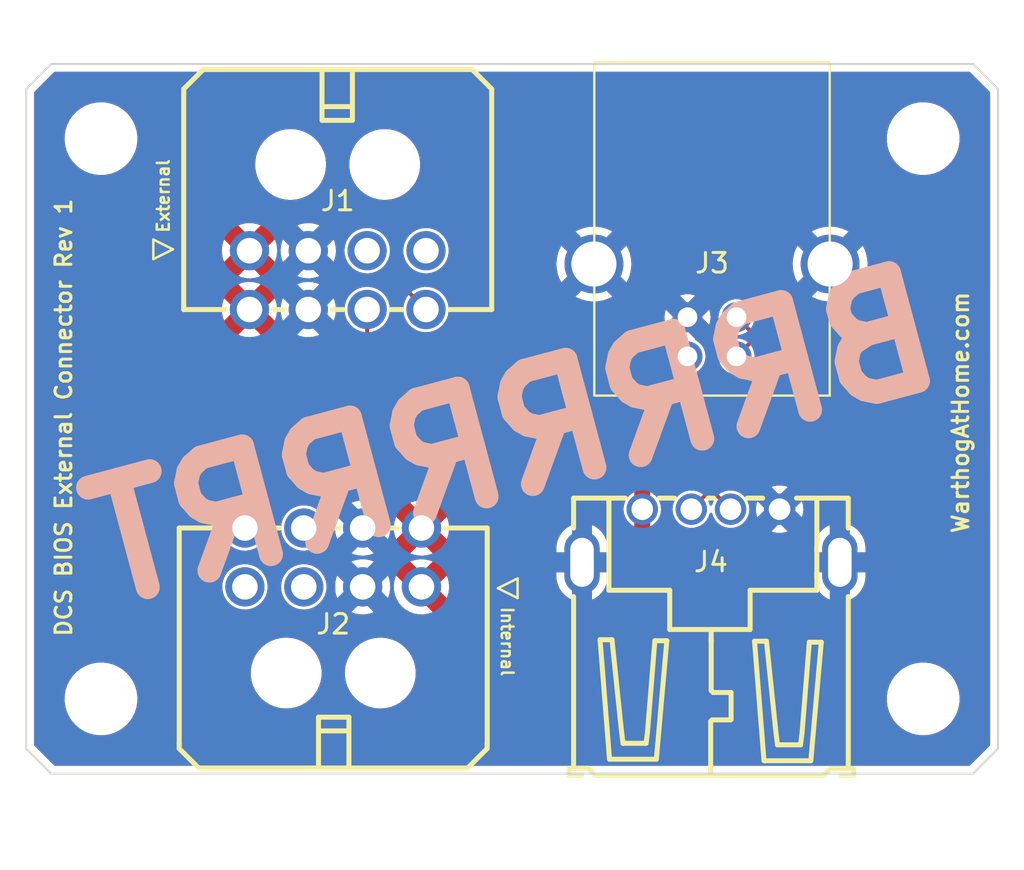
<source format=kicad_pcb>
(kicad_pcb (version 20211014) (generator pcbnew)
  (layers (0 "F.Cu" signal) (31 "B.Cu" signal) (34 "B.Paste" user) (35 "F.Paste" user) (36 "B.SilkS" user "B.Silkscreen") (37 "F.SilkS" user "F.Silkscreen") (38 "B.Mask" user) (39 "F.Mask" user) (44 "Edge.Cuts" user))
  (net 0 "")
  (net 1 "+12V")
  (net 2 "GND")
  (net 5 "RS485-")
  (net 6 "RS485+")
  (net 9 "VBUS")
  (net 10 "D-")
  (net 11 "D+")
  (footprint "MountingHole:MountingHole_3.2mm_M3" (layer "F.Cu") (at 211.455 123.19)
    (fp_text reference "H4" hide)
    (fp_text value "MountingHole")
    (pad "" np_thru_hole circle (at 0 0) (size 3.2 3.2) (drill 3.2) (layers *.Cu *.Mask))
  )
  (footprint "A10 KiCad Libraries:USB-A-TH_USB-302-T" (layer "F.Cu") (at 200.66 120.015)
    (fp_text reference "J4" (at -0.025413 -3.81) (layer "F.SilkS"))
    (fp_text value "USB_A")
    (fp_line (start -7.251727 7.065519) (end -6.616726 7.065519) (layer "F.SilkS") (width 0.254001))
    (fp_line (start 5.374613 -2.365519) (end 5.374613 -7.065519) (layer "F.SilkS") (width 0.254001))
    (fp_line (start 6.057874 6.735293) (end 7.251727 6.735293) (layer "F.SilkS") (width 0.254001))
    (fp_line (start -5.930925 7.065519) (end 5.727724 7.065519) (layer "F.SilkS") (width 0.254001))
    (fp_line (start 6.974613 -2.044107) (end 6.974613 6.735293) (layer "F.SilkS") (width 0.254001))
    (fp_line (start -2.125413 -2.365519) (end -2.125413 -0.365519) (layer "F.SilkS") (width 0.254001))
    (fp_line (start -7.251727 6.709893) (end -6.286525 6.709893) (layer "F.SilkS") (width 0.254001))
    (fp_line (start -7.025438 -5.536106) (end -7.025438 -7.065519) (layer "F.SilkS") (width 0.254001))
    (fp_line (start 1.974587 -2.365519) (end 5.374613 -2.365519) (layer "F.SilkS") (width 0.254001))
    (fp_line (start 3.365494 5.516091) (end 3.263868 4.652515) (layer "F.SilkS") (width 0.254001))
    (fp_line (start 5.067297 6.328893) (end 5.600724 0.283655) (layer "F.SilkS") (width 0.254001))
    (fp_line (start 0.977864 4.246088) (end 0.038087 4.246088) (layer "F.SilkS") (width 0.254001))
    (fp_line (start -6.286525 6.709893) (end -5.930925 7.065519) (layer "F.SilkS") (width 0.254001))
    (fp_line (start -2.882918 0.207506) (end -3.256299 4.845555) (layer "F.SilkS") (width 0.254001))
    (fp_line (start -4.508522 5.439891) (end -4.610147 4.576289) (layer "F.SilkS") (width 0.254001))
    (fp_line (start -3.256299 4.845555) (end -3.329985 5.439891) (layer "F.SilkS") (width 0.254001))
    (fp_line (start -2.806718 6.252667) (end -2.273292 0.207506) (layer "F.SilkS") (width 0.254001))
    (fp_line (start -7.025438 -7.065519) (end -4.386982 -7.065519) (layer "F.SilkS") (width 0.254001))
    (fp_line (start -0.012713 0.261532) (end -0.012713 -0.365519) (layer "F.SilkS") (width 0.254001))
    (fp_line (start -5.067297 0.156655) (end -5.676924 0.156655) (layer "F.SilkS") (width 0.254001))
    (fp_line (start -5.676924 0.156655) (end -5.194298 6.252667) (layer "F.SilkS") (width 0.254001))
    (fp_line (start 1.974587 -0.365519) (end 1.974587 -2.365519) (layer "F.SilkS") (width 0.254001))
    (fp_line (start 5.727724 7.065519) (end 6.057874 6.735293) (layer "F.SilkS") (width 0.254001))
    (fp_line (start -0.012713 2.747511) (end 0.088862 2.849086) (layer "F.SilkS") (width 0.254001))
    (fp_line (start 1.003289 2.849086) (end 1.003289 4.220663) (layer "F.SilkS") (width 0.254001))
    (fp_line (start 4.336411 -7.065519) (end 6.974613 -7.065519) (layer "F.SilkS") (width 0.254001))
    (fp_line (start -7.249187 7.065519) (end -7.251727 6.709893) (layer "F.SilkS") (width 0.254001))
    (fp_line (start 2.679718 6.328893) (end 5.067297 6.328893) (layer "F.SilkS") (width 0.254001))
    (fp_line (start 0.038087 4.246088) (end -0.038138 4.322289) (layer "F.SilkS") (width 0.254001))
    (fp_line (start 0.088862 2.849086) (end 1.003289 2.849086) (layer "F.SilkS") (width 0.254001))
    (fp_line (start -5.225438 -7.065519) (end -5.225438 -2.365519) (layer "F.SilkS") (width 0.254001))
    (fp_line (start 1.003289 4.220663) (end 0.977864 4.246088) (layer "F.SilkS") (width 0.254001))
    (fp_line (start 4.991097 0.283655) (end 4.617717 4.921704) (layer "F.SilkS") (width 0.254001))
    (fp_line (start -0.038138 4.322289) (end -0.038138 7.065519) (layer "F.SilkS") (width 0.254001))
    (fp_line (start 5.600724 0.283655) (end 4.991097 0.283655) (layer "F.SilkS") (width 0.254001))
    (fp_line (start -0.012713 0.080505) (end -0.012713 2.747511) (layer "F.SilkS") (width 0.254001))
    (fp_line (start 2.197092 0.23288) (end 2.679718 6.328893) (layer "F.SilkS") (width 0.254001))
    (fp_line (start -5.194298 6.252667) (end -2.806718 6.252667) (layer "F.SilkS") (width 0.254001))
    (fp_line (start -0.163716 -7.065519) (end 0.112891 -7.065519) (layer "F.SilkS") (width 0.254001))
    (fp_line (start 3.263868 4.652515) (end 2.806718 0.23288) (layer "F.SilkS") (width 0.254001))
    (fp_line (start 7.251727 7.065519) (end 6.5913 7.065519) (layer "F.SilkS") (width 0.254001))
    (fp_line (start 6.974613 -7.065519) (end 6.974613 -5.536106) (layer "F.SilkS") (width 0.254001))
    (fp_line (start -4.610147 4.576289) (end -5.067297 0.156655) (layer "F.SilkS") (width 0.254001))
    (fp_line (start -2.125413 -0.365519) (end 1.974587 -0.365519) (layer "F.SilkS") (width 0.254001))
    (fp_line (start 1.836284 -7.065519) (end 2.613018 -7.065519) (layer "F.SilkS") (width 0.254001))
    (fp_line (start -2.663589 -7.065519) (end -1.887109 -7.065519) (layer "F.SilkS") (width 0.254001))
    (fp_line (start 4.544031 5.516091) (end 3.365494 5.516091) (layer "F.SilkS") (width 0.254001))
    (fp_line (start 7.251727 6.735293) (end 7.251727 7.065519) (layer "F.SilkS") (width 0.254001))
    (fp_line (start 4.617717 4.921704) (end 4.544031 5.516091) (layer "F.SilkS") (width 0.254001))
    (fp_line (start -7.025438 6.534506) (end -7.025438 -2.044107) (layer "F.SilkS") (width 0.254001))
    (fp_line (start -5.225438 -2.365519) (end -2.125413 -2.365519) (layer "F.SilkS") (width 0.254001))
    (fp_line (start -2.273292 0.207506) (end -2.882918 0.207506) (layer "F.SilkS") (width 0.254001))
    (fp_line (start 2.806718 0.23288) (end 2.197092 0.23288) (layer "F.SilkS") (width 0.254001))
    (fp_line (start -3.329985 5.439891) (end -4.508522 5.439891) (layer "F.SilkS") (width 0.254001))
    (fp_circle (center -7.062751 -7.025565) (end -7.032779 -7.025565) (layer "F.SilkS") (width 0.059995) (fill none))
    (pad "1" thru_hole circle (at -3.525286 -6.500038) (size 1.6 1.6) (drill 1.100025) (layers *.Cu *.Mask) (net 9 "VBUS"))
    (pad "2" thru_hole circle (at -1.025413 -6.500038) (size 1.6 1.6) (drill 1.100025) (layers *.Cu *.Mask) (net 10 "D-"))
    (pad "3" thru_hole circle (at 0.974587 -6.500038) (size 1.6 1.6) (drill 1.100025) (layers *.Cu *.Mask) (net 11 "D+"))
    (pad "4" thru_hole circle (at 3.474714 -6.500038) (size 1.6 1.6) (drill 1.100025) (layers *.Cu *.Mask) (net 2 "GND"))
    (pad "5" thru_hole oval (at -6.59539 -3.790107 90) (size 3.2 1.8) (drill oval 2.499873 1.199898) (layers *.Cu *.Mask) (net 2 "GND"))
    (pad "5" thru_hole oval (at 6.544564 -3.790107 270) (size 3.2 1.8) (drill oval 2.499873 1.199898) (layers *.Cu *.Mask) (net 2 "GND"))
  )
  (footprint "MountingHole:MountingHole_3.2mm_M3" (layer "F.Cu") (at 211.455 94.615)
    (fp_text reference "H2" hide)
    (fp_text value "MountingHole")
    (pad "" np_thru_hole circle (at 0 0) (size 3.2 3.2) (drill 3.2) (layers *.Cu *.Mask))
  )
  (footprint "MountingHole:MountingHole_3.2mm_M3" (layer "F.Cu") (at 169.545 94.615)
    (fp_text reference "H1" hide)
    (fp_text value "MountingHole")
    (pad "" np_thru_hole circle (at 0 0) (size 3.2 3.2) (drill 3.2) (layers *.Cu *.Mask))
  )
  (footprint "A10 KiCad Libraries:USB-B-TH_67068-8000" (layer "F.Cu") (at 200.689997 103.365836 180)
    (fp_text reference "J3" (at 0 2.400836) (layer "F.SilkS"))
    (fp_text value "USB_B")
    (fp_poly (pts (xy -6 -4.354966) (xy 6 -4.354966) (xy 6 12.645034) (xy -6 12.645034)) (layer "F.SilkS") (width 0.12) (fill none))
    (pad "1" thru_hole circle (at 1.249936 -2.354966 180) (size 1.524003 1.524003) (drill 1) (layers *.Cu *.Mask) (net 9 "VBUS"))
    (pad "2" thru_hole circle (at -1.249936 -2.354966 180) (size 1.524003 1.524003) (drill 1) (layers *.Cu *.Mask) (net 10 "D-"))
    (pad "3" thru_hole circle (at -1.249936 -0.354966 180) (size 1.524003 1.524003) (drill 1) (layers *.Cu *.Mask) (net 11 "D+"))
    (pad "4" thru_hole circle (at 1.249936 -0.354966 180) (size 1.524003 1.524003) (drill 1) (layers *.Cu *.Mask) (net 2 "GND"))
    (pad "5" thru_hole circle (at 6.020066 2.354966 180) (size 3 3) (drill 2.300025) (layers *.Cu *.Mask) (net 2 "GND"))
    (pad "5" thru_hole circle (at -6.020066 2.354966 180) (size 3 3) (drill 2.300025) (layers *.Cu *.Mask) (net 2 "GND"))
  )
  (footprint "MountingHole:MountingHole_3.2mm_M3" (layer "F.Cu") (at 169.545 123.19)
    (fp_text reference "H3" hide)
    (fp_text value "MountingHole")
    (pad "" np_thru_hole circle (at 0 0) (size 3.2 3.2) (drill 3.2) (layers *.Cu *.Mask))
  )
  (footprint "A10 KiCad Libraries:Molex Micro-Fit 3.0 43045-0800" (layer "F.Cu") (at 181.61 100.33 180)
    (fp_text reference "J1" (at 0 2.54) (layer "F.SilkS"))
    (fp_text value "Conn_02x04_Top_Bottom")
    (fp_line (start -7.849886 8.24765) (end -6.899924 9.197612) (layer "F.SilkS") (width 0.254001))
    (fp_line (start -0.700025 7.347726) (end 0.750064 7.347726) (layer "F.SilkS") (width 0.254001))
    (fp_line (start -3.269749 -3.002286) (end -2.732283 -3.002286) (layer "F.SilkS") (width 0.254001))
    (fp_line (start 7.849886 -3.002286) (end 7.849886 7.997714) (layer "F.SilkS") (width 0.254001))
    (fp_line (start 9.398 0.569729) (end 8.398 0.069729) (layer "F.SilkS") (width 0.127))
    (fp_line (start -7.849886 7.997714) (end -7.849886 -3.002286) (layer "F.SilkS") (width 0.254001))
    (fp_line (start 7.847092 7.996952) (end 7.847092 8.246888) (layer "F.SilkS") (width 0.254001))
    (fp_line (start 5.729489 -3.002286) (end 7.849886 -3.002286) (layer "F.SilkS") (width 0.254001))
    (fp_line (start -7.849886 -3.002286) (end -5.732029 -3.002286) (layer "F.SilkS") (width 0.254001))
    (fp_line (start -0.750064 6.647701) (end -0.750064 9.197612) (layer "F.SilkS") (width 0.254001))
    (fp_line (start 0.800102 6.647701) (end 0.800102 9.197612) (layer "F.SilkS") (width 0.254001))
    (fp_line (start -6.849886 9.237744) (end 6.849886 9.237744) (layer "F.SilkS") (width 0.254001))
    (fp_line (start 8.398 0.069729) (end 9.398 -0.430271) (layer "F.SilkS") (width 0.127))
    (fp_line (start 9.398 -0.430271) (end 9.398 0.569729) (layer "F.SilkS") (width 0.127))
    (fp_line (start 7.847092 8.246888) (end 6.897384 9.19685) (layer "F.SilkS") (width 0.254001))
    (fp_line (start -0.270003 -3.002286) (end 0.267463 -3.002286) (layer "F.SilkS") (width 0.254001))
    (fp_line (start -7.849886 7.997714) (end -7.849886 8.24765) (layer "F.SilkS") (width 0.254001))
    (fp_line (start -0.750064 6.647701) (end 0.800102 6.647701) (layer "F.SilkS") (width 0.254001))
    (fp_line (start 2.729743 -3.002286) (end 3.267209 -3.002286) (layer "F.SilkS") (width 0.254001))
    (pad "" np_thru_hole circle (at 2.400305 4.396749 180) (size 3.099822 3.099822) (drill 3.099822) (layers *.Cu *.Mask))
    (pad "" np_thru_hole circle (at -2.397765 4.396749 180) (size 3.099822 3.099822) (drill 3.099822) (layers *.Cu *.Mask))
    (pad "1" thru_hole circle (at 4.498349 0 180) (size 2 2) (drill 1.300025) (layers *.Cu *.Mask) (net 1 "+12V"))
    (pad "2" thru_hole circle (at 1.498603 0 180) (size 2 2) (drill 1.300025) (layers *.Cu *.Mask) (net 2 "GND"))
    (pad "3" thru_hole circle (at -1.501143 0 180) (size 2 2) (drill 1.300025) (layers *.Cu *.Mask))
    (pad "4" thru_hole circle (at -4.500889 0 180) (size 2 2) (drill 1.300025) (layers *.Cu *.Mask))
    (pad "5" thru_hole circle (at 4.498349 -2.999746 180) (size 2 2) (drill 1.300025) (layers *.Cu *.Mask) (net 1 "+12V"))
    (pad "6" thru_hole circle (at 1.498603 -2.999746 180) (size 2 2) (drill 1.300025) (layers *.Cu *.Mask) (net 2 "GND"))
    (pad "7" thru_hole circle (at -1.501143 -2.999746 180) (size 2 2) (drill 1.300025) (layers *.Cu *.Mask) (net 5 "RS485-"))
    (pad "8" thru_hole circle (at -4.500889 -2.999746 180) (size 2 2) (drill 1.300025) (layers *.Cu *.Mask) (net 6 "RS485+"))
  )
  (footprint "A10 KiCad Libraries:Molex Micro-Fit 3.0 43045-0800" (layer "F.Cu") (at 181.381397 117.475)
    (fp_text reference "J2" (at 0 1.905) (layer "F.SilkS"))
    (fp_text value "Conn_02x04_Top_Bottom")
    (fp_line (start -3.269749 -3.002286) (end -2.732283 -3.002286) (layer "F.SilkS") (width 0.254001))
    (fp_line (start 9.398 -0.430271) (end 9.398 0.569729) (layer "F.SilkS") (width 0.127))
    (fp_line (start -7.849886 7.997714) (end -7.849886 8.24765) (layer "F.SilkS") (width 0.254001))
    (fp_line (start 7.849886 -3.002286) (end 7.849886 7.997714) (layer "F.SilkS") (width 0.254001))
    (fp_line (start 2.729743 -3.002286) (end 3.267209 -3.002286) (layer "F.SilkS") (width 0.254001))
    (fp_line (start -7.849886 7.997714) (end -7.849886 -3.002286) (layer "F.SilkS") (width 0.254001))
    (fp_line (start -7.849886 -3.002286) (end -5.732029 -3.002286) (layer "F.SilkS") (width 0.254001))
    (fp_line (start -0.270003 -3.002286) (end 0.267463 -3.002286) (layer "F.SilkS") (width 0.254001))
    (fp_line (start -6.849886 9.237744) (end 6.849886 9.237744) (layer "F.SilkS") (width 0.254001))
    (fp_line (start 7.847092 7.996952) (end 7.847092 8.246888) (layer "F.SilkS") (width 0.254001))
    (fp_line (start 0.800102 6.647701) (end 0.800102 9.197612) (layer "F.SilkS") (width 0.254001))
    (fp_line (start 8.398 0.069729) (end 9.398 -0.430271) (layer "F.SilkS") (width 0.127))
    (fp_line (start 9.398 0.569729) (end 8.398 0.069729) (layer "F.SilkS") (width 0.127))
    (fp_line (start 7.847092 8.246888) (end 6.897384 9.19685) (layer "F.SilkS") (width 0.254001))
    (fp_line (start -0.750064 6.647701) (end -0.750064 9.197612) (layer "F.SilkS") (width 0.254001))
    (fp_line (start -0.750064 6.647701) (end 0.800102 6.647701) (layer "F.SilkS") (width 0.254001))
    (fp_line (start -0.700025 7.347726) (end 0.750064 7.347726) (layer "F.SilkS") (width 0.254001))
    (fp_line (start 5.729489 -3.002286) (end 7.849886 -3.002286) (layer "F.SilkS") (width 0.254001))
    (fp_line (start -7.849886 8.24765) (end -6.899924 9.197612) (layer "F.SilkS") (width 0.254001))
    (pad "" np_thru_hole circle (at -2.397765 4.396749) (size 3.099822 3.099822) (drill 3.099822) (layers *.Cu *.Mask))
    (pad "" np_thru_hole circle (at 2.400305 4.396749) (size 3.099822 3.099822) (drill 3.099822) (layers *.Cu *.Mask))
    (pad "1" thru_hole circle (at 4.498349 0) (size 2 2) (drill 1.300025) (layers *.Cu *.Mask) (net 1 "+12V"))
    (pad "2" thru_hole circle (at 1.498603 0) (size 2 2) (drill 1.300025) (layers *.Cu *.Mask) (net 2 "GND"))
    (pad "3" thru_hole circle (at -1.501143 0) (size 2 2) (drill 1.300025) (layers *.Cu *.Mask))
    (pad "4" thru_hole circle (at -4.500889 0) (size 2 2) (drill 1.300025) (layers *.Cu *.Mask))
    (pad "5" thru_hole circle (at 4.498349 -2.999746) (size 2 2) (drill 1.300025) (layers *.Cu *.Mask) (net 1 "+12V"))
    (pad "6" thru_hole circle (at 1.498603 -2.999746) (size 2 2) (drill 1.300025) (layers *.Cu *.Mask) (net 2 "GND"))
    (pad "7" thru_hole circle (at -1.501143 -2.999746) (size 2 2) (drill 1.300025) (layers *.Cu *.Mask) (net 5 "RS485-"))
    (pad "8" thru_hole circle (at -4.500889 -2.999746) (size 2 2) (drill 1.300025) (layers *.Cu *.Mask) (net 6 "RS485+"))
  )
  (gr_line (start 213.995 127) (end 167.005 127) (layer "Edge.Cuts") (width 0.1))
  (gr_line (start 167.005 127) (end 165.735 125.73) (layer "Edge.Cuts") (width 0.1))
  (gr_line (start 215.265 92.075) (end 215.265 125.73) (layer "Edge.Cuts") (width 0.1))
  (gr_line (start 165.735 125.73) (end 165.735 92.075) (layer "Edge.Cuts") (width 0.1))
  (gr_line (start 213.995 90.805) (end 215.265 92.075) (layer "Edge.Cuts") (width 0.1))
  (gr_line (start 167.005 90.805) (end 213.995 90.805) (layer "Edge.Cuts") (width 0.1))
  (gr_line (start 165.735 92.075) (end 167.005 90.805) (layer "Edge.Cuts") (width 0.1))
  (gr_line (start 215.265 125.73) (end 213.995 127) (layer "Edge.Cuts") (width 0.1))
  (gr_text "BRRRRRRT" (at 190.5 109.855 15) (layer "B.SilkS") (effects (font (size 5.6896 5.6896) (thickness 1.2192)) (justify mirror)))
  (gr_text "External" (at 172.72 97.536 90) (layer "F.SilkS") (effects (font (size 0.6096 0.6096) (thickness 0.127))))
  (gr_text "DCS BIOS External Connector Rev 1" (at 167.64 108.839 90) (layer "F.SilkS") (effects (font (size 0.8128 0.8128) (thickness 0.1524))))
  (gr_text "WarthogAtHome.com" (at 213.36 108.585 90) (layer "F.SilkS") (effects (font (size 0.8128 0.8128) (thickness 0.1524))))
  (gr_text "Internal" (at 190.246 120.269 270) (layer "F.SilkS") (effects (font (size 0.6096 0.6096) (thickness 0.127))))
  (segment (start 189.865 118.745) (end 189.865 107.95) (width 0.2032) (layer "F.Cu") (net 5))
  (segment (start 189.865 107.95) (end 188.595 106.68) (width 0.2032) (layer "F.Cu") (net 5))
  (segment (start 181.387108 118.522108) (end 182.245 119.38) (width 0.2032) (layer "F.Cu") (net 5))
  (segment (start 181.387108 115.982108) (end 181.387108 118.522108) (width 0.2032) (layer "F.Cu") (net 5))
  (segment (start 188.595 120.015) (end 189.865 118.745) (width 0.2032) (layer "F.Cu") (net 5))
  (segment (start 184.785 106.68) (end 183.111143 105.006143) (width 0.2032) (layer "F.Cu") (net 5))
  (segment (start 188.595 106.68) (end 184.785 106.68) (width 0.2032) (layer "F.Cu") (net 5))
  (segment (start 184.785 120.015) (end 188.595 120.015) (width 0.2032) (layer "F.Cu") (net 5))
  (segment (start 182.245 119.38) (end 184.15 119.38) (width 0.2032) (layer "F.Cu") (net 5))
  (segment (start 179.880254 114.475254) (end 181.387108 115.982108) (width 0.2032) (layer "F.Cu") (net 5))
  (segment (start 183.111143 105.006143) (end 183.111143 103.329746) (width 0.2032) (layer "F.Cu") (net 5))
  (segment (start 184.15 119.38) (end 184.785 120.015) (width 0.2032) (layer "F.Cu") (net 5))
  (segment (start 184.559315 99.469315) (end 183.515 98.425) (width 0.2) (layer "F.Cu") (net 6))
  (segment (start 183.515 98.425) (end 179.07 98.425) (width 0.2) (layer "F.Cu") (net 6))
  (segment (start 179.07 98.425) (end 178.435 97.79) (width 0.2) (layer "F.Cu") (net 6))
  (segment (start 174.625 97.79) (end 173.355 99.06) (width 0.2) (layer "F.Cu") (net 6))
  (segment (start 178.435 97.79) (end 174.625 97.79) (width 0.2) (layer "F.Cu") (net 6))
  (segment (start 186.110889 103.329746) (end 184.559315 101.778172) (width 0.2) (layer "F.Cu") (net 6))
  (segment (start 174.800254 114.475254) (end 176.880508 114.475254) (width 0.2) (layer "F.Cu") (net 6))
  (segment (start 173.355 113.03) (end 174.800254 114.475254) (width 0.2) (layer "F.Cu") (net 6))
  (segment (start 184.559315 101.778172) (end 184.559315 99.469315) (width 0.2) (layer "F.Cu") (net 6))
  (segment (start 173.355 99.06) (end 173.355 113.03) (width 0.2) (layer "F.Cu") (net 6))
  (segment (start 197.134714 114.374262) (end 197.134714 108.026149) (width 0.8128) (layer "F.Cu") (net 9))
  (segment (start 197.134714 108.026149) (end 199.440061 105.720802) (width 0.8128) (layer "F.Cu") (net 9))
  (segment (start 200.435 112.714549) (end 200.435 111.8911) (width 0.2) (layer "F.Cu") (net 10))
  (segment (start 204.88 106.3625) (end 204.88 107.4461) (width 0.2) (layer "F.Cu") (net 10))
  (segment (start 200.435 111.8911) (end 202.827371 109.498728) (width 0.2) (layer "F.Cu") (net 10))
  (segment (start 199.634587 113.514962) (end 200.435 112.714549) (width 0.2) (layer "F.Cu") (net 10))
  (segment (start 201.939933 105.720802) (end 202.714932 104.945803) (width 0.2) (layer "F.Cu") (net 10))
  (segment (start 204.88 107.4461) (end 203.6759 108.6502) (width 0.2) (layer "F.Cu") (net 10))
  (segment (start 202.714932 104.945803) (end 203.463303 104.945803) (width 0.2) (layer "F.Cu") (net 10))
  (segment (start 203.463303 104.945803) (end 204.88 106.3625) (width 0.2) (layer "F.Cu") (net 10))
  (arc (start 202.82737 109.074463) (mid 202.915238 109.286595) (end 202.82737 109.498727) (width 0.2) (layer "F.Cu") (net 10))
  (arc (start 203.234465 108.639445) (mid 203.022333 108.551577) (end 202.810201 108.639445) (width 0.2) (layer "F.Cu") (net 10))
  (arc (start 203.6759 108.6502) (mid 203.463767 108.738068) (end 203.251634 108.6502) (width 0.2) (layer "F.Cu") (net 10))
  (arc (start 202.810201 108.639445) (mid 202.722333 108.851577) (end 202.810201 109.063709) (width 0.2) (layer "F.Cu") (net 10))
  (segment (start 205.33 107.6325) (end 205.33 106.1761) (width 0.2) (layer "F.Cu") (net 11))
  (segment (start 203.649701 104.495801) (end 202.714932 104.495801) (width 0.2) (layer "F.Cu") (net 11))
  (segment (start 200.885 112.0775) (end 205.33 107.6325) (width 0.2) (layer "F.Cu") (net 11))
  (segment (start 200.885 112.765375) (end 200.885 112.0775) (width 0.2) (layer "F.Cu") (net 11))
  (segment (start 201.634587 113.514962) (end 200.885 112.765375) (width 0.2) (layer "F.Cu") (net 11))
  (segment (start 205.33 106.1761) (end 203.649701 104.495801) (width 0.2) (layer "F.Cu") (net 11))
  (segment (start 202.714932 104.495801) (end 201.939933 103.720802) (width 0.2) (layer "F.Cu") (net 11))
  (zone (net 1) (net_name "+12V") (layer "F.Cu") (priority 10) (connect_pads (clearance 0.1524)) (min_thickness 0.1524) (fill yes (thermal_gap 0.4064) (thermal_bridge_width 1.016) (smoothing fillet) (radius 1.6256))
    (polygon (pts (xy 178.816 104.521) (xy 187.96 111.125) (xy 187.96 119.38) (xy 184.785 119.38) (xy 184.15 113.284) (xy 174.625 106.68) (xy 174.625 98.425) (xy 178.435 98.425)))
  )
  (zone (net 2) (net_name "GND") (layers F&B.Cu) (connect_pads (clearance 0.1524)) (min_thickness 0.1524) (fill yes (thermal_gap 0.4064) (thermal_bridge_width 1.016) (smoothing fillet) (radius 0.8128))
    (polygon (pts (xy 215.9 127.635) (xy 165.1 127.635) (xy 165.1 90.17) (xy 215.9 90.17)))
  )
)
</source>
